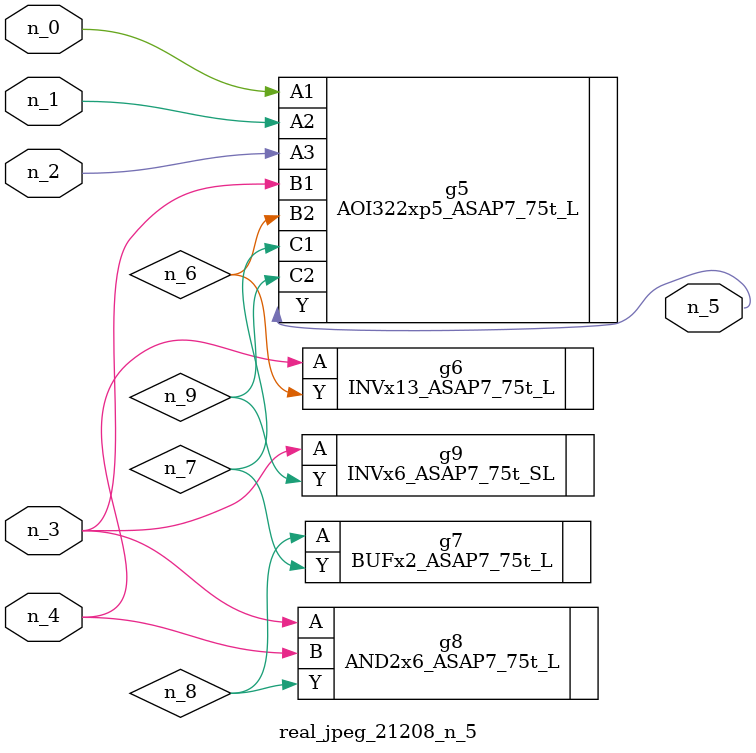
<source format=v>
module real_jpeg_21208_n_5 (n_4, n_0, n_1, n_2, n_3, n_5);

input n_4;
input n_0;
input n_1;
input n_2;
input n_3;

output n_5;

wire n_8;
wire n_6;
wire n_7;
wire n_9;

AOI322xp5_ASAP7_75t_L g5 ( 
.A1(n_0),
.A2(n_1),
.A3(n_2),
.B1(n_3),
.B2(n_6),
.C1(n_7),
.C2(n_9),
.Y(n_5)
);

AND2x6_ASAP7_75t_L g8 ( 
.A(n_3),
.B(n_4),
.Y(n_8)
);

INVx6_ASAP7_75t_SL g9 ( 
.A(n_3),
.Y(n_9)
);

INVx13_ASAP7_75t_L g6 ( 
.A(n_4),
.Y(n_6)
);

BUFx2_ASAP7_75t_L g7 ( 
.A(n_8),
.Y(n_7)
);


endmodule
</source>
